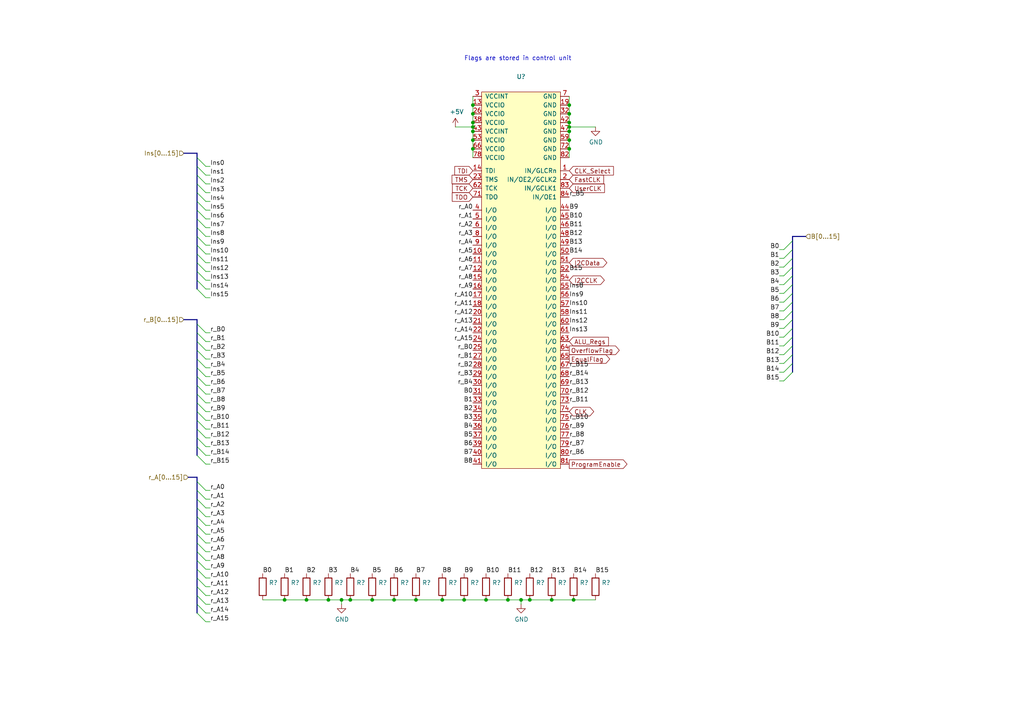
<source format=kicad_sch>
(kicad_sch (version 20211123) (generator eeschema)
  (paper "A4")
  (lib_symbols
    (symbol "MAX7000CPU-Gen2_5-rescue:+5V-power-MAX7000CPU-Gen2-rescue" (power) (pin_names (offset 0))
      (property "Value" "+5V-power-MAX7000CPU-Gen2-rescue" (at 0 3.556 0))
      (symbol "+5V-power-MAX7000CPU-Gen2-rescue_0_1"
        (polyline (pts (xy -0.762 1.27) (xy 0 2.54)))
        (polyline (pts (xy 0 0) (xy 0 2.54)))
        (polyline (pts (xy 0 2.54) (xy 0.762 1.27)))
      )
      (symbol "+5V-power-MAX7000CPU-Gen2-rescue_1_1"
        (pin power_in line (at 0 0 90) (length 0) hide (name "+5V") (number "1"))
      )
    )
    (symbol "MAX7000CPU-Gen2_5-rescue:EPM7128slc84-15n-CPU_ics" (pin_names (offset 1.016))
      (property "Reference" "U" (at 1.27 1.27 0))
      (property "Value" "EPM7128slc84-15n-CPU_ics" (at 10.16 3.81 0))
      (symbol "EPM7128slc84-15n-CPU_ics_0_1"
        (rectangle (start 5.08 -1.27) (end 27.94 -110.49) (fill (type background)))
      )
      (symbol "EPM7128slc84-15n-CPU_ics_1_1"
        (pin input line (at 30.48 -24.13 180) (length 2.54) (name "IN/GLCRn") (number "1"))
        (pin bidirectional line (at 2.54 -48.26 0) (length 2.54) (name "I/O") (number "10"))
        (pin bidirectional line (at 2.54 -50.8 0) (length 2.54) (name "I/O") (number "11"))
        (pin bidirectional line (at 2.54 -53.34 0) (length 2.54) (name "I/O") (number "12"))
        (pin input line (at 2.54 -5.08 0) (length 2.54) (name "VCCIO") (number "13"))
        (pin input line (at 2.54 -24.13 0) (length 2.54) (name "TDI") (number "14"))
        (pin bidirectional line (at 2.54 -55.88 0) (length 2.54) (name "I/O") (number "15"))
        (pin bidirectional line (at 2.54 -58.42 0) (length 2.54) (name "I/O") (number "16"))
        (pin bidirectional line (at 2.54 -60.96 0) (length 2.54) (name "I/O") (number "17"))
        (pin bidirectional line (at 2.54 -63.5 0) (length 2.54) (name "I/O") (number "18"))
        (pin input line (at 30.48 -5.08 180) (length 2.54) (name "GND") (number "19"))
        (pin input line (at 30.48 -26.67 180) (length 2.54) (name "IN/OE2/GCLK2") (number "2"))
        (pin bidirectional line (at 2.54 -66.04 0) (length 2.54) (name "I/O") (number "20"))
        (pin bidirectional line (at 2.54 -68.58 0) (length 2.54) (name "I/O") (number "21"))
        (pin bidirectional line (at 2.54 -71.12 0) (length 2.54) (name "I/O") (number "22"))
        (pin input line (at 2.54 -26.67 0) (length 2.54) (name "TMS") (number "23"))
        (pin bidirectional line (at 2.54 -73.66 0) (length 2.54) (name "I/O") (number "24"))
        (pin bidirectional line (at 2.54 -76.2 0) (length 2.54) (name "I/O") (number "25"))
        (pin input line (at 2.54 -7.62 0) (length 2.54) (name "VCCIO") (number "26"))
        (pin bidirectional line (at 2.54 -78.74 0) (length 2.54) (name "I/O") (number "27"))
        (pin bidirectional line (at 2.54 -81.28 0) (length 2.54) (name "I/O") (number "28"))
        (pin bidirectional line (at 2.54 -83.82 0) (length 2.54) (name "I/O") (number "29"))
        (pin input line (at 2.54 -2.54 0) (length 2.54) (name "VCCINT") (number "3"))
        (pin bidirectional line (at 2.54 -86.36 0) (length 2.54) (name "I/O") (number "30"))
        (pin bidirectional line (at 2.54 -88.9 0) (length 2.54) (name "I/O") (number "31"))
        (pin input line (at 30.48 -7.62 180) (length 2.54) (name "GND") (number "32"))
        (pin bidirectional line (at 2.54 -91.44 0) (length 2.54) (name "I/O") (number "33"))
        (pin bidirectional line (at 2.54 -93.98 0) (length 2.54) (name "I/O") (number "34"))
        (pin bidirectional line (at 2.54 -96.52 0) (length 2.54) (name "I/O") (number "35"))
        (pin bidirectional line (at 2.54 -99.06 0) (length 2.54) (name "I/O") (number "36"))
        (pin bidirectional line (at 2.54 -101.6 0) (length 2.54) (name "I/O") (number "37"))
        (pin input line (at 2.54 -10.16 0) (length 2.54) (name "VCCIO") (number "38"))
        (pin bidirectional line (at 2.54 -104.14 0) (length 2.54) (name "I/O") (number "39"))
        (pin bidirectional line (at 2.54 -35.56 0) (length 2.54) (name "I/O") (number "4"))
        (pin bidirectional line (at 2.54 -106.68 0) (length 2.54) (name "I/O") (number "40"))
        (pin bidirectional line (at 2.54 -109.22 0) (length 2.54) (name "I/O") (number "41"))
        (pin input line (at 30.48 -10.16 180) (length 2.54) (name "GND") (number "42"))
        (pin input line (at 2.54 -12.7 0) (length 2.54) (name "VCCINT") (number "43"))
        (pin bidirectional line (at 30.48 -35.56 180) (length 2.54) (name "I/O") (number "44"))
        (pin bidirectional line (at 30.48 -38.1 180) (length 2.54) (name "I/O") (number "45"))
        (pin bidirectional line (at 30.48 -40.64 180) (length 2.54) (name "I/O") (number "46"))
        (pin input line (at 30.48 -12.7 180) (length 2.54) (name "GND") (number "47"))
        (pin bidirectional line (at 30.48 -43.18 180) (length 2.54) (name "I/O") (number "48"))
        (pin bidirectional line (at 30.48 -45.72 180) (length 2.54) (name "I/O") (number "49"))
        (pin bidirectional line (at 2.54 -38.1 0) (length 2.54) (name "I/O") (number "5"))
        (pin bidirectional line (at 30.48 -48.26 180) (length 2.54) (name "I/O") (number "50"))
        (pin bidirectional line (at 30.48 -50.8 180) (length 2.54) (name "I/O") (number "51"))
        (pin bidirectional line (at 30.48 -53.34 180) (length 2.54) (name "I/O") (number "52"))
        (pin input line (at 2.54 -15.24 0) (length 2.54) (name "VCCIO") (number "53"))
        (pin bidirectional line (at 30.48 -55.88 180) (length 2.54) (name "I/O") (number "54"))
        (pin bidirectional line (at 30.48 -58.42 180) (length 2.54) (name "I/O") (number "55"))
        (pin bidirectional line (at 30.48 -60.96 180) (length 2.54) (name "I/O") (number "56"))
        (pin bidirectional line (at 30.48 -63.5 180) (length 2.54) (name "I/O") (number "57"))
        (pin bidirectional line (at 30.48 -66.04 180) (length 2.54) (name "I/O") (number "58"))
        (pin input line (at 30.48 -15.24 180) (length 2.54) (name "GND") (number "59"))
        (pin bidirectional line (at 2.54 -40.64 0) (length 2.54) (name "I/O") (number "6"))
        (pin bidirectional line (at 30.48 -68.58 180) (length 2.54) (name "I/O") (number "60"))
        (pin bidirectional line (at 30.48 -71.12 180) (length 2.54) (name "I/O") (number "61"))
        (pin input line (at 2.54 -29.21 0) (length 2.54) (name "TCK") (number "62"))
        (pin bidirectional line (at 30.48 -73.66 180) (length 2.54) (name "I/O") (number "63"))
        (pin bidirectional line (at 30.48 -76.2 180) (length 2.54) (name "I/O") (number "64"))
        (pin bidirectional line (at 30.48 -78.74 180) (length 2.54) (name "I/O") (number "65"))
        (pin input line (at 2.54 -17.78 0) (length 2.54) (name "VCCIO") (number "66"))
        (pin bidirectional line (at 30.48 -81.28 180) (length 2.54) (name "I/O") (number "67"))
        (pin bidirectional line (at 30.48 -83.82 180) (length 2.54) (name "I/O") (number "68"))
        (pin bidirectional line (at 30.48 -86.36 180) (length 2.54) (name "I/O") (number "69"))
        (pin input line (at 30.48 -2.54 180) (length 2.54) (name "GND") (number "7"))
        (pin bidirectional line (at 30.48 -88.9 180) (length 2.54) (name "I/O") (number "70"))
        (pin input line (at 2.54 -31.75 0) (length 2.54) (name "TDO") (number "71"))
        (pin input line (at 30.48 -17.78 180) (length 2.54) (name "GND") (number "72"))
        (pin bidirectional line (at 30.48 -91.44 180) (length 2.54) (name "I/O") (number "73"))
        (pin bidirectional line (at 30.48 -93.98 180) (length 2.54) (name "I/O") (number "74"))
        (pin bidirectional line (at 30.48 -96.52 180) (length 2.54) (name "I/O") (number "75"))
        (pin bidirectional line (at 30.48 -99.06 180) (length 2.54) (name "I/O") (number "76"))
        (pin bidirectional line (at 30.48 -101.6 180) (length 2.54) (name "I/O") (number "77"))
        (pin input line (at 2.54 -20.32 0) (length 2.54) (name "VCCIO") (number "78"))
        (pin bidirectional line (at 30.48 -104.14 180) (length 2.54) (name "I/O") (number "79"))
        (pin bidirectional line (at 2.54 -43.18 0) (length 2.54) (name "I/O") (number "8"))
        (pin bidirectional line (at 30.48 -106.68 180) (length 2.54) (name "I/O") (number "80"))
        (pin bidirectional line (at 30.48 -109.22 180) (length 2.54) (name "I/O") (number "81"))
        (pin input line (at 30.48 -20.32 180) (length 2.54) (name "GND") (number "82"))
        (pin input line (at 30.48 -29.21 180) (length 2.54) (name "IN/GCLK1") (number "83"))
        (pin input line (at 30.48 -31.75 180) (length 2.54) (name "IN/OE1") (number "84"))
        (pin bidirectional line (at 2.54 -45.72 0) (length 2.54) (name "I/O") (number "9"))
      )
    )
    (symbol "MAX7000CPU-Gen2_5-rescue:GND-power-MAX7000CPU-Gen2-rescue" (power) (pin_names (offset 0))
      (property "Value" "GND-power-MAX7000CPU-Gen2-rescue" (at 0 -3.81 0))
      (symbol "GND-power-MAX7000CPU-Gen2-rescue_0_1"
        (polyline (pts (xy 0 0) (xy 0 -1.27) (xy 1.27 -1.27) (xy 0 -2.54) (xy -1.27 -1.27) (xy 0 -1.27)))
      )
      (symbol "GND-power-MAX7000CPU-Gen2-rescue_1_1"
        (pin power_in line (at 0 0 270) (length 0) hide (name "GND") (number "1"))
      )
    )
    (symbol "MAX7000CPU-Gen2_5-rescue:R-Device-MAX7000CPU-Gen2-rescue" (pin_numbers hide) (pin_names (offset 0))
      (property "Reference" "R" (at 2.032 0 90))
      (property "Value" "R-Device-MAX7000CPU-Gen2-rescue" (at 0 0 90))
      (symbol "R-Device-MAX7000CPU-Gen2-rescue_0_1"
        (rectangle (start -1.016 -2.54) (end 1.016 2.54) (stroke (width 0.254)))
      )
      (symbol "R-Device-MAX7000CPU-Gen2-rescue_1_1"
        (pin passive line (at 0 3.81 270) (length 1.27) (name "~") (number "1"))
        (pin passive line (at 0 -3.81 90) (length 1.27) (name "~") (number "2"))
      )
    )
  )
  (junction (at 137.16 38.1))
  (junction (at 128.27 173.99))
  (junction (at 95.25 173.99))
  (junction (at 166.37 173.99))
  (junction (at 137.16 36.83))
  (junction (at 160.02 173.99))
  (junction (at 88.9 173.99))
  (junction (at 147.32 173.99))
  (junction (at 137.16 33.02))
  (junction (at 137.16 40.64))
  (junction (at 134.62 173.99))
  (junction (at 151.13 173.99))
  (junction (at 120.65 173.99))
  (junction (at 137.16 35.56))
  (junction (at 165.1 36.83))
  (junction (at 153.67 173.99))
  (junction (at 165.1 30.48))
  (junction (at 165.1 33.02))
  (junction (at 107.95 173.99))
  (junction (at 165.1 35.56))
  (junction (at 137.16 43.18))
  (junction (at 114.3 173.99))
  (junction (at 140.97 173.99))
  (junction (at 165.1 40.64))
  (junction (at 165.1 38.1))
  (junction (at 165.1 43.18))
  (junction (at 137.16 30.48))
  (junction (at 99.06 173.99))
  (junction (at 82.55 173.99))
  (junction (at 101.6 173.99))
  (bus_entry (at 57.15 144.78) (size 2.54 2.54))
  (bus_entry (at 57.15 139.7) (size 2.54 2.54))
  (bus_entry (at 57.15 101.6) (size 2.54 2.54))
  (bus_entry (at 57.15 109.22) (size 2.54 2.54))
  (bus_entry (at 229.87 92.71) (size -2.54 2.54))
  (bus_entry (at 229.87 87.63) (size -2.54 2.54))
  (bus_entry (at 57.15 111.76) (size 2.54 2.54))
  (bus_entry (at 57.15 157.48) (size 2.54 2.54))
  (bus_entry (at 57.15 63.5) (size 2.54 2.54))
  (bus_entry (at 57.15 96.52) (size 2.54 2.54))
  (bus_entry (at 57.15 124.46) (size 2.54 2.54))
  (bus_entry (at 229.87 90.17) (size -2.54 2.54))
  (bus_entry (at 57.15 106.68) (size 2.54 2.54))
  (bus_entry (at 57.15 129.54) (size 2.54 2.54))
  (bus_entry (at 229.87 72.39) (size -2.54 2.54))
  (bus_entry (at 57.15 175.26) (size 2.54 2.54))
  (bus_entry (at 229.87 102.87) (size -2.54 2.54))
  (bus_entry (at 57.15 119.38) (size 2.54 2.54))
  (bus_entry (at 229.87 85.09) (size -2.54 2.54))
  (bus_entry (at 57.15 76.2) (size 2.54 2.54))
  (bus_entry (at 57.15 116.84) (size 2.54 2.54))
  (bus_entry (at 229.87 97.79) (size -2.54 2.54))
  (bus_entry (at 229.87 69.85) (size -2.54 2.54))
  (bus_entry (at 229.87 82.55) (size -2.54 2.54))
  (bus_entry (at 57.15 127) (size 2.54 2.54))
  (bus_entry (at 57.15 165.1) (size 2.54 2.54))
  (bus_entry (at 229.87 107.95) (size -2.54 2.54))
  (bus_entry (at 57.15 93.98) (size 2.54 2.54))
  (bus_entry (at 229.87 74.93) (size -2.54 2.54))
  (bus_entry (at 57.15 99.06) (size 2.54 2.54))
  (bus_entry (at 57.15 154.94) (size 2.54 2.54))
  (bus_entry (at 57.15 58.42) (size 2.54 2.54))
  (bus_entry (at 57.15 142.24) (size 2.54 2.54))
  (bus_entry (at 229.87 100.33) (size -2.54 2.54))
  (bus_entry (at 57.15 71.12) (size 2.54 2.54))
  (bus_entry (at 57.15 81.28) (size 2.54 2.54))
  (bus_entry (at 57.15 73.66) (size 2.54 2.54))
  (bus_entry (at 229.87 77.47) (size -2.54 2.54))
  (bus_entry (at 57.15 149.86) (size 2.54 2.54))
  (bus_entry (at 57.15 104.14) (size 2.54 2.54))
  (bus_entry (at 57.15 121.92) (size 2.54 2.54))
  (bus_entry (at 57.15 53.34) (size 2.54 2.54))
  (bus_entry (at 57.15 132.08) (size 2.54 2.54))
  (bus_entry (at 57.15 60.96) (size 2.54 2.54))
  (bus_entry (at 57.15 167.64) (size 2.54 2.54))
  (bus_entry (at 57.15 160.02) (size 2.54 2.54))
  (bus_entry (at 57.15 83.82) (size 2.54 2.54))
  (bus_entry (at 229.87 80.01) (size -2.54 2.54))
  (bus_entry (at 57.15 162.56) (size 2.54 2.54))
  (bus_entry (at 57.15 172.72) (size 2.54 2.54))
  (bus_entry (at 57.15 45.72) (size 2.54 2.54))
  (bus_entry (at 57.15 68.58) (size 2.54 2.54))
  (bus_entry (at 57.15 55.88) (size 2.54 2.54))
  (bus_entry (at 57.15 48.26) (size 2.54 2.54))
  (bus_entry (at 57.15 170.18) (size 2.54 2.54))
  (bus_entry (at 57.15 147.32) (size 2.54 2.54))
  (bus_entry (at 57.15 177.8) (size 2.54 2.54))
  (bus_entry (at 57.15 78.74) (size 2.54 2.54))
  (bus_entry (at 229.87 95.25) (size -2.54 2.54))
  (bus_entry (at 57.15 152.4) (size 2.54 2.54))
  (bus_entry (at 57.15 66.04) (size 2.54 2.54))
  (bus_entry (at 57.15 114.3) (size 2.54 2.54))
  (bus_entry (at 57.15 50.8) (size 2.54 2.54))
  (bus_entry (at 229.87 105.41) (size -2.54 2.54))
  (bus (pts (xy 57.15 71.12) (xy 57.15 73.66)))
  (wire (pts (xy 59.69 129.54) (xy 60.96 129.54)))
  (wire (pts (xy 59.69 48.26) (xy 60.96 48.26)))
  (wire (pts (xy 59.69 180.34) (xy 60.96 180.34)))
  (wire (pts (xy 99.06 173.99) (xy 99.06 175.26)))
  (wire (pts (xy 137.16 30.48) (xy 137.16 27.94)))
  (wire (pts (xy 59.69 58.42) (xy 60.96 58.42)))
  (bus (pts (xy 229.87 69.85) (xy 229.87 72.39)))
  (wire (pts (xy 165.1 40.64) (xy 165.1 38.1)))
  (wire (pts (xy 165.1 38.1) (xy 165.1 36.83)))
  (wire (pts (xy 137.16 36.83) (xy 137.16 35.56)))
  (wire (pts (xy 59.69 167.64) (xy 60.96 167.64)))
  (bus (pts (xy 57.15 63.5) (xy 57.15 66.04)))
  (wire (pts (xy 59.69 60.96) (xy 60.96 60.96)))
  (bus (pts (xy 57.15 154.94) (xy 57.15 157.48)))
  (wire (pts (xy 59.69 55.88) (xy 60.96 55.88)))
  (wire (pts (xy 140.97 173.99) (xy 147.32 173.99)))
  (wire (pts (xy 59.69 114.3) (xy 60.96 114.3)))
  (bus (pts (xy 57.15 116.84) (xy 57.15 119.38)))
  (bus (pts (xy 57.15 172.72) (xy 57.15 175.26)))
  (wire (pts (xy 59.69 76.2) (xy 60.96 76.2)))
  (wire (pts (xy 59.69 99.06) (xy 60.96 99.06)))
  (wire (pts (xy 59.69 50.8) (xy 60.96 50.8)))
  (bus (pts (xy 57.15 104.14) (xy 57.15 106.68)))
  (bus (pts (xy 57.15 138.43) (xy 54.61 138.43)))
  (bus (pts (xy 57.15 93.98) (xy 57.15 96.52)))
  (bus (pts (xy 57.15 44.45) (xy 57.15 45.72)))
  (bus (pts (xy 57.15 147.32) (xy 57.15 149.86)))
  (wire (pts (xy 137.16 33.02) (xy 137.16 30.48)))
  (wire (pts (xy 59.69 111.76) (xy 60.96 111.76)))
  (bus (pts (xy 57.15 129.54) (xy 57.15 132.08)))
  (bus (pts (xy 57.15 76.2) (xy 57.15 78.74)))
  (bus (pts (xy 57.15 53.34) (xy 57.15 55.88)))
  (wire (pts (xy 137.16 35.56) (xy 137.16 33.02)))
  (wire (pts (xy 227.33 85.09) (xy 226.06 85.09)))
  (wire (pts (xy 59.69 106.68) (xy 60.96 106.68)))
  (bus (pts (xy 57.15 152.4) (xy 57.15 154.94)))
  (wire (pts (xy 114.3 173.99) (xy 120.65 173.99)))
  (bus (pts (xy 57.15 92.71) (xy 57.15 93.98)))
  (wire (pts (xy 227.33 92.71) (xy 226.06 92.71)))
  (wire (pts (xy 227.33 105.41) (xy 226.06 105.41)))
  (bus (pts (xy 57.15 121.92) (xy 57.15 124.46)))
  (wire (pts (xy 59.69 104.14) (xy 60.96 104.14)))
  (bus (pts (xy 229.87 85.09) (xy 229.87 87.63)))
  (bus (pts (xy 57.15 60.96) (xy 57.15 63.5)))
  (wire (pts (xy 107.95 173.99) (xy 114.3 173.99)))
  (bus (pts (xy 57.15 162.56) (xy 57.15 165.1)))
  (wire (pts (xy 59.69 152.4) (xy 60.96 152.4)))
  (wire (pts (xy 227.33 110.49) (xy 226.06 110.49)))
  (wire (pts (xy 59.69 121.92) (xy 60.96 121.92)))
  (bus (pts (xy 57.15 45.72) (xy 57.15 48.26)))
  (wire (pts (xy 82.55 173.99) (xy 88.9 173.99)))
  (wire (pts (xy 227.33 90.17) (xy 226.06 90.17)))
  (wire (pts (xy 153.67 173.99) (xy 160.02 173.99)))
  (bus (pts (xy 229.87 90.17) (xy 229.87 92.71)))
  (bus (pts (xy 229.87 100.33) (xy 229.87 102.87)))
  (wire (pts (xy 165.1 45.72) (xy 165.1 43.18)))
  (bus (pts (xy 57.15 73.66) (xy 57.15 76.2)))
  (bus (pts (xy 229.87 92.71) (xy 229.87 95.25)))
  (bus (pts (xy 229.87 72.39) (xy 229.87 74.93)))
  (bus (pts (xy 57.15 119.38) (xy 57.15 121.92)))
  (wire (pts (xy 59.69 68.58) (xy 60.96 68.58)))
  (bus (pts (xy 57.15 101.6) (xy 57.15 104.14)))
  (wire (pts (xy 134.62 173.99) (xy 140.97 173.99)))
  (wire (pts (xy 59.69 144.78) (xy 60.96 144.78)))
  (bus (pts (xy 229.87 82.55) (xy 229.87 85.09)))
  (wire (pts (xy 59.69 162.56) (xy 60.96 162.56)))
  (bus (pts (xy 57.15 127) (xy 57.15 129.54)))
  (bus (pts (xy 57.15 170.18) (xy 57.15 172.72)))
  (wire (pts (xy 227.33 100.33) (xy 226.06 100.33)))
  (bus (pts (xy 229.87 77.47) (xy 229.87 80.01)))
  (bus (pts (xy 57.15 109.22) (xy 57.15 111.76)))
  (wire (pts (xy 137.16 45.72) (xy 137.16 43.18)))
  (bus (pts (xy 57.15 96.52) (xy 57.15 99.06)))
  (wire (pts (xy 227.33 74.93) (xy 226.06 74.93)))
  (bus (pts (xy 57.15 167.64) (xy 57.15 170.18)))
  (wire (pts (xy 59.69 149.86) (xy 60.96 149.86)))
  (bus (pts (xy 229.87 87.63) (xy 229.87 90.17)))
  (wire (pts (xy 59.69 172.72) (xy 60.96 172.72)))
  (wire (pts (xy 137.16 40.64) (xy 137.16 38.1)))
  (wire (pts (xy 59.69 147.32) (xy 60.96 147.32)))
  (bus (pts (xy 229.87 74.93) (xy 229.87 77.47)))
  (wire (pts (xy 59.69 127) (xy 60.96 127)))
  (bus (pts (xy 57.15 66.04) (xy 57.15 68.58)))
  (bus (pts (xy 57.15 175.26) (xy 57.15 177.8)))
  (wire (pts (xy 227.33 87.63) (xy 226.06 87.63)))
  (wire (pts (xy 59.69 124.46) (xy 60.96 124.46)))
  (bus (pts (xy 57.15 165.1) (xy 57.15 167.64)))
  (wire (pts (xy 166.37 173.99) (xy 172.72 173.99)))
  (wire (pts (xy 227.33 80.01) (xy 226.06 80.01)))
  (bus (pts (xy 229.87 68.58) (xy 229.87 69.85)))
  (wire (pts (xy 165.1 35.56) (xy 165.1 33.02)))
  (wire (pts (xy 59.69 132.08) (xy 60.96 132.08)))
  (wire (pts (xy 151.13 173.99) (xy 153.67 173.99)))
  (bus (pts (xy 57.15 139.7) (xy 57.15 142.24)))
  (wire (pts (xy 160.02 173.99) (xy 166.37 173.99)))
  (wire (pts (xy 59.69 170.18) (xy 60.96 170.18)))
  (wire (pts (xy 59.69 109.22) (xy 60.96 109.22)))
  (wire (pts (xy 227.33 102.87) (xy 226.06 102.87)))
  (wire (pts (xy 59.69 78.74) (xy 60.96 78.74)))
  (bus (pts (xy 57.15 58.42) (xy 57.15 60.96)))
  (wire (pts (xy 227.33 82.55) (xy 226.06 82.55)))
  (bus (pts (xy 57.15 142.24) (xy 57.15 144.78)))
  (bus (pts (xy 57.15 106.68) (xy 57.15 109.22)))
  (wire (pts (xy 165.1 36.83) (xy 172.72 36.83)))
  (wire (pts (xy 165.1 43.18) (xy 165.1 40.64)))
  (wire (pts (xy 59.69 86.36) (xy 60.96 86.36)))
  (wire (pts (xy 165.1 30.48) (xy 165.1 27.94)))
  (bus (pts (xy 229.87 105.41) (xy 229.87 107.95)))
  (wire (pts (xy 59.69 177.8) (xy 60.96 177.8)))
  (bus (pts (xy 53.34 44.45) (xy 57.15 44.45)))
  (wire (pts (xy 59.69 101.6) (xy 60.96 101.6)))
  (bus (pts (xy 57.15 48.26) (xy 57.15 50.8)))
  (bus (pts (xy 57.15 99.06) (xy 57.15 101.6)))
  (wire (pts (xy 132.08 36.83) (xy 137.16 36.83)))
  (bus (pts (xy 57.15 160.02) (xy 57.15 162.56)))
  (bus (pts (xy 233.68 68.58) (xy 229.87 68.58)))
  (wire (pts (xy 165.1 33.02) (xy 165.1 30.48)))
  (bus (pts (xy 57.15 157.48) (xy 57.15 160.02)))
  (wire (pts (xy 59.69 73.66) (xy 60.96 73.66)))
  (bus (pts (xy 57.15 114.3) (xy 57.15 116.84)))
  (bus (pts (xy 57.15 144.78) (xy 57.15 147.32)))
  (wire (pts (xy 99.06 173.99) (xy 101.6 173.99)))
  (bus (pts (xy 53.34 92.71) (xy 57.15 92.71)))
  (wire (pts (xy 151.13 173.99) (xy 151.13 175.26)))
  (wire (pts (xy 95.25 173.99) (xy 99.06 173.99)))
  (wire (pts (xy 101.6 173.99) (xy 107.95 173.99)))
  (wire (pts (xy 227.33 107.95) (xy 226.06 107.95)))
  (wire (pts (xy 128.27 173.99) (xy 134.62 173.99)))
  (wire (pts (xy 59.69 83.82) (xy 60.96 83.82)))
  (wire (pts (xy 120.65 173.99) (xy 128.27 173.99)))
  (wire (pts (xy 147.32 173.99) (xy 151.13 173.99)))
  (wire (pts (xy 227.33 97.79) (xy 226.06 97.79)))
  (bus (pts (xy 57.15 111.76) (xy 57.15 114.3)))
  (wire (pts (xy 165.1 36.83) (xy 165.1 35.56)))
  (wire (pts (xy 59.69 71.12) (xy 60.96 71.12)))
  (bus (pts (xy 229.87 97.79) (xy 229.87 100.33)))
  (wire (pts (xy 88.9 173.99) (xy 95.25 173.99)))
  (wire (pts (xy 59.69 66.04) (xy 60.96 66.04)))
  (wire (pts (xy 59.69 53.34) (xy 60.96 53.34)))
  (bus (pts (xy 57.15 50.8) (xy 57.15 53.34)))
  (wire (pts (xy 59.69 96.52) (xy 60.96 96.52)))
  (wire (pts (xy 76.2 173.99) (xy 82.55 173.99)))
  (wire (pts (xy 59.69 165.1) (xy 60.96 165.1)))
  (wire (pts (xy 59.69 160.02) (xy 60.96 160.02)))
  (bus (pts (xy 229.87 80.01) (xy 229.87 82.55)))
  (wire (pts (xy 59.69 175.26) (xy 60.96 175.26)))
  (wire (pts (xy 59.69 116.84) (xy 60.96 116.84)))
  (bus (pts (xy 57.15 138.43) (xy 57.15 139.7)))
  (wire (pts (xy 59.69 157.48) (xy 60.96 157.48)))
  (wire (pts (xy 227.33 95.25) (xy 226.06 95.25)))
  (wire (pts (xy 59.69 81.28) (xy 60.96 81.28)))
  (wire (pts (xy 137.16 43.18) (xy 137.16 40.64)))
  (bus (pts (xy 57.15 68.58) (xy 57.15 71.12)))
  (bus (pts (xy 57.15 78.74) (xy 57.15 81.28)))
  (wire (pts (xy 59.69 154.94) (xy 60.96 154.94)))
  (bus (pts (xy 57.15 81.28) (xy 57.15 83.82)))
  (wire (pts (xy 137.16 38.1) (xy 137.16 36.83)))
  (bus (pts (xy 229.87 95.25) (xy 229.87 97.79)))
  (wire (pts (xy 59.69 119.38) (xy 60.96 119.38)))
  (wire (pts (xy 227.33 72.39) (xy 226.06 72.39)))
  (wire (pts (xy 59.69 63.5) (xy 60.96 63.5)))
  (bus (pts (xy 229.87 102.87) (xy 229.87 105.41)))
  (wire (pts (xy 59.69 142.24) (xy 60.96 142.24)))
  (wire (pts (xy 227.33 77.47) (xy 226.06 77.47)))
  (bus (pts (xy 57.15 55.88) (xy 57.15 58.42)))
  (bus (pts (xy 57.15 149.86) (xy 57.15 152.4)))
  (wire (pts (xy 59.69 134.62) (xy 60.96 134.62)))
  (bus (pts (xy 57.15 124.46) (xy 57.15 127)))
  (text "Flags are stored in control unit" (at 134.62 17.78 0) (effects (font (size 1.27 1.27)) (justify left bottom)))
  (label "r_A9" (at 137.16 83.82 180))
  (label "B12" (at 226.06 102.87 180))
  (label "r_B13" (at 60.96 129.54 0))
  (label "B14" (at 165.1 73.66 0))
  (label "r_A13" (at 137.16 93.98 180))
  (label "r_B7" (at 60.96 114.3 0))
  (label "B15" (at 165.1 78.74 0))
  (label "Ins9" (at 165.1 86.36 0))
  (label "r_B0" (at 137.16 101.6 180))
  (label "B5" (at 137.16 127 180))
  (label "B7" (at 137.16 132.08 180))
  (label "r_B2" (at 60.96 101.6 0))
  (label "B12" (at 165.1 68.58 0))
  (label "r_A14" (at 137.16 96.52 180))
  (label "B8" (at 226.06 92.71 180))
  (label "r_B4" (at 60.96 106.68 0))
  (label "B1" (at 226.06 74.93 180))
  (label "B12" (at 153.67 166.37 0))
  (label "B14" (at 166.37 166.37 0))
  (label "Ins8" (at 60.96 68.58 0))
  (label "r_A5" (at 137.16 73.66 180))
  (label "r_A12" (at 60.96 172.72 0))
  (label "r_A4" (at 60.96 152.4 0))
  (label "r_B9" (at 60.96 119.38 0))
  (label "B15" (at 226.06 110.49 180))
  (label "r_B6" (at 165.1 132.08 0))
  (label "r_B5" (at 60.96 109.22 0))
  (label "B3" (at 95.25 166.37 0))
  (label "Ins12" (at 165.1 93.98 0))
  (label "Ins14" (at 60.96 83.82 0))
  (label "r_A9" (at 60.96 165.1 0))
  (label "Ins12" (at 60.96 78.74 0))
  (label "B9" (at 226.06 95.25 180))
  (label "Ins11" (at 165.1 91.44 0))
  (label "r_B14" (at 60.96 132.08 0))
  (label "r_B0" (at 60.96 96.52 0))
  (label "r_B10" (at 165.1 121.92 0))
  (label "r_B12" (at 165.1 114.3 0))
  (label "r_B3" (at 137.16 109.22 180))
  (label "Ins1" (at 60.96 50.8 0))
  (label "B9" (at 165.1 60.96 0))
  (label "B3" (at 137.16 121.92 180))
  (label "B14" (at 226.06 107.95 180))
  (label "r_B2" (at 137.16 106.68 180))
  (label "r_B11" (at 60.96 124.46 0))
  (label "B13" (at 160.02 166.37 0))
  (label "r_A0" (at 137.16 60.96 180))
  (label "r_A13" (at 60.96 175.26 0))
  (label "B13" (at 165.1 71.12 0))
  (label "Ins8" (at 165.1 83.82 0))
  (label "Ins7" (at 60.96 66.04 0))
  (label "B1" (at 82.55 166.37 0))
  (label "r_A2" (at 60.96 147.32 0))
  (label "B2" (at 137.16 119.38 180))
  (label "r_B5" (at 165.1 57.15 0))
  (label "Ins6" (at 60.96 63.5 0))
  (label "r_A2" (at 137.16 66.04 180))
  (label "B9" (at 134.62 166.37 0))
  (label "r_A11" (at 60.96 170.18 0))
  (label "B1" (at 137.16 116.84 180))
  (label "r_B1" (at 60.96 99.06 0))
  (label "B0" (at 76.2 166.37 0))
  (label "r_A3" (at 137.16 68.58 180))
  (label "B8" (at 137.16 134.62 180))
  (label "Ins0" (at 60.96 48.26 0))
  (label "B3" (at 226.06 80.01 180))
  (label "r_A10" (at 60.96 167.64 0))
  (label "r_B11" (at 165.1 116.84 0))
  (label "Ins9" (at 60.96 71.12 0))
  (label "r_A14" (at 60.96 177.8 0))
  (label "B10" (at 140.97 166.37 0))
  (label "B0" (at 226.06 72.39 180))
  (label "r_A6" (at 60.96 157.48 0))
  (label "r_A0" (at 60.96 142.24 0))
  (label "r_B9" (at 165.1 124.46 0))
  (label "B0" (at 137.16 114.3 180))
  (label "r_B6" (at 60.96 111.76 0))
  (label "r_A6" (at 137.16 76.2 180))
  (label "r_B4" (at 137.16 111.76 180))
  (label "r_B12" (at 60.96 127 0))
  (label "B11" (at 165.1 66.04 0))
  (label "r_A3" (at 60.96 149.86 0))
  (label "r_A1" (at 60.96 144.78 0))
  (label "B10" (at 165.1 63.5 0))
  (label "B4" (at 226.06 82.55 180))
  (label "Ins11" (at 60.96 76.2 0))
  (label "r_B1" (at 137.16 104.14 180))
  (label "r_A11" (at 137.16 88.9 180))
  (label "B2" (at 88.9 166.37 0))
  (label "Ins15" (at 60.96 86.36 0))
  (label "r_B3" (at 60.96 104.14 0))
  (label "Ins13" (at 60.96 81.28 0))
  (label "B6" (at 114.3 166.37 0))
  (label "r_B13" (at 165.1 111.76 0))
  (label "r_B8" (at 60.96 116.84 0))
  (label "r_A15" (at 137.16 99.06 180))
  (label "r_B14" (at 165.1 109.22 0))
  (label "B11" (at 147.32 166.37 0))
  (label "r_B7" (at 165.1 129.54 0))
  (label "r_B10" (at 60.96 121.92 0))
  (label "B7" (at 226.06 90.17 180))
  (label "Ins5" (at 60.96 60.96 0))
  (label "r_A7" (at 137.16 78.74 180))
  (label "B10" (at 226.06 97.79 180))
  (label "Ins10" (at 60.96 73.66 0))
  (label "B8" (at 128.27 166.37 0))
  (label "B13" (at 226.06 105.41 180))
  (label "r_B15" (at 60.96 134.62 0))
  (label "B6" (at 137.16 129.54 180))
  (label "r_A15" (at 60.96 180.34 0))
  (label "Ins13" (at 165.1 96.52 0))
  (label "Ins3" (at 60.96 55.88 0))
  (label "Ins4" (at 60.96 58.42 0))
  (label "r_A4" (at 137.16 71.12 180))
  (label "Ins2" (at 60.96 53.34 0))
  (label "B5" (at 107.95 166.37 0))
  (label "r_B15" (at 165.1 106.68 0))
  (label "B7" (at 120.65 166.37 0))
  (label "Ins10" (at 165.1 88.9 0))
  (label "r_B8" (at 165.1 127 0))
  (label "B4" (at 137.16 124.46 180))
  (label "r_A8" (at 137.16 81.28 180))
  (label "B4" (at 101.6 166.37 0))
  (label "B2" (at 226.06 77.47 180))
  (label "r_A8" (at 60.96 162.56 0))
  (label "B11" (at 226.06 100.33 180))
  (label "B15" (at 172.72 166.37 0))
  (label "r_A10" (at 137.16 86.36 180))
  (label "r_A5" (at 60.96 154.94 0))
  (label "r_A7" (at 60.96 160.02 0))
  (label "B6" (at 226.06 87.63 180))
  (label "r_A12" (at 137.16 91.44 180))
  (label "r_A1" (at 137.16 63.5 180))
  (label "B5" (at 226.06 85.09 180))
  (global_label "TMS" (shape input) (at 137.16 52.07 180) (property "Intersheet References" "${INTERSHEET_REFS}" (effects hide)))
  (global_label "OverflowFlag" (shape output) (at 165.1 101.6 0) (property "Intersheet References" "${INTERSHEET_REFS}" (effects hide)))
  (global_label "FastCLK" (shape input) (at 165.1 52.07 0) (property "Intersheet References" "${INTERSHEET_REFS}" (effects hide)))
  (global_label "TCK" (shape input) (at 137.16 54.61 180) (property "Intersheet References" "${INTERSHEET_REFS}" (effects hide)))
  (global_label "I2CCLK" (shape bidirectional) (at 165.1 81.28 0) (property "Intersheet References" "${INTERSHEET_REFS}" (effects hide)))
  (global_label "CLK_Select" (shape input) (at 165.1 49.53 0) (property "Intersheet References" "${INTERSHEET_REFS}" (effects hide)))
  (global_label "UserCLK" (shape input) (at 165.1 54.61 0) (property "Intersheet References" "${INTERSHEET_REFS}" (effects hide)))
  (global_label "TDO" (shape input) (at 137.16 57.15 180) (property "Intersheet References" "${INTERSHEET_REFS}" (effects hide)))
  (global_label "ALU_Regs" (shape input) (at 165.1 99.06 0) (property "Intersheet References" "${INTERSHEET_REFS}" (effects hide)))
  (global_label "I2CData" (shape bidirectional) (at 165.1 76.2 0) (property "Intersheet References" "${INTERSHEET_REFS}" (effects hide)))
  (global_label "EqualFlag" (shape output) (at 165.1 104.14 0) (property "Intersheet References" "${INTERSHEET_REFS}" (effects hide)))
  (global_label "CLK" (shape bidirectional) (at 165.1 119.38 0) (property "Intersheet References" "${INTERSHEET_REFS}" (effects hide)))
  (global_label "TDI" (shape input) (at 137.16 49.53 180) (property "Intersheet References" "${INTERSHEET_REFS}" (effects hide)))
  (global_label "ProgramEnable" (shape output) (at 165.1 134.62 0) (property "Intersheet References" "${INTERSHEET_REFS}" (effects hide)))
  (hierarchical_label "r_B[0...15]" (shape input) (at 53.34 92.71 180))
  (hierarchical_label "Ins[0...15]" (shape input) (at 53.34 44.45 180))
  (hierarchical_label "r_A[0...15]" (shape input) (at 54.61 138.43 180))
  (hierarchical_label "B[0...15]" (shape input) (at 233.68 68.58 0))
  (symbol (lib_id "MAX7000CPU-Gen2_5-rescue:EPM7128slc84-15n-CPU_ics") (at 134.62 25.4 0) (unit 1)
    (property "Reference" "U?" (at 151.13 22.225 0))
    (property "Datasheet" "https://www.intel.com/content/dam/www/programmable/us/en/pdfs/literature/ds/archives/m7000.pdf" (effects hide))
  )
  (symbol (lib_id "MAX7000CPU-Gen2_5-rescue:+5V-power-MAX7000CPU-Gen2-rescue") (at 132.08 36.83 0) (unit 1)
    (property "Reference" "#PWR?" (effects hide))
  )
  (symbol (lib_id "MAX7000CPU-Gen2_5-rescue:GND-power-MAX7000CPU-Gen2-rescue") (at 172.72 36.83 0) (unit 1)
    (property "Reference" "#PWR?" (effects hide))
  )
  (symbol (lib_id "MAX7000CPU-Gen2_5-rescue:R-Device-MAX7000CPU-Gen2-rescue") (at 76.2 170.18 0) (unit 1)
    (property "Reference" "R?" (at 77.978 169.0116 0) (effects (justify left)))
  )
  (symbol (lib_id "MAX7000CPU-Gen2_5-rescue:R-Device-MAX7000CPU-Gen2-rescue") (at 82.55 170.18 0) (unit 1)
    (property "Reference" "R?" (at 84.328 169.0116 0) (effects (justify left)))
  )
  (symbol (lib_id "MAX7000CPU-Gen2_5-rescue:R-Device-MAX7000CPU-Gen2-rescue") (at 88.9 170.18 0) (unit 1)
    (property "Reference" "R?" (at 90.678 169.0116 0) (effects (justify left)))
  )
  (symbol (lib_id "MAX7000CPU-Gen2_5-rescue:R-Device-MAX7000CPU-Gen2-rescue") (at 95.25 170.18 0) (unit 1)
    (property "Reference" "R?" (at 97.028 169.0116 0) (effects (justify left)))
  )
  (symbol (lib_id "MAX7000CPU-Gen2_5-rescue:R-Device-MAX7000CPU-Gen2-rescue") (at 101.6 170.18 0) (unit 1)
    (property "Reference" "R?" (at 103.378 169.0116 0) (effects (justify left)))
  )
  (symbol (lib_id "MAX7000CPU-Gen2_5-rescue:R-Device-MAX7000CPU-Gen2-rescue") (at 107.95 170.18 0) (unit 1)
    (property "Reference" "R?" (at 109.728 169.0116 0) (effects (justify left)))
  )
  (symbol (lib_id "MAX7000CPU-Gen2_5-rescue:R-Device-MAX7000CPU-Gen2-rescue") (at 114.3 170.18 0) (unit 1)
    (property "Reference" "R?" (at 116.078 169.0116 0) (effects (justify left)))
  )
  (symbol (lib_id "MAX7000CPU-Gen2_5-rescue:R-Device-MAX7000CPU-Gen2-rescue") (at 120.65 170.18 0) (unit 1)
    (property "Reference" "R?" (at 122.428 169.0116 0) (effects (justify left)))
  )
  (symbol (lib_id "MAX7000CPU-Gen2_5-rescue:GND-power-MAX7000CPU-Gen2-rescue") (at 99.06 175.26 0) (unit 1)
    (property "Reference" "#PWR?" (effects hide))
  )
  (symbol (lib_id "MAX7000CPU-Gen2_5-rescue:R-Device-MAX7000CPU-Gen2-rescue") (at 128.27 170.18 0) (unit 1)
    (property "Reference" "R?" (at 130.048 169.0116 0) (effects (justify left)))
  )
  (symbol (lib_id "MAX7000CPU-Gen2_5-rescue:R-Device-MAX7000CPU-Gen2-rescue") (at 134.62 170.18 0) (unit 1)
    (property "Reference" "R?" (at 136.398 169.0116 0) (effects (justify left)))
  )
  (symbol (lib_id "MAX7000CPU-Gen2_5-rescue:R-Device-MAX7000CPU-Gen2-rescue") (at 140.97 170.18 0) (unit 1)
    (property "Reference" "R?" (at 142.748 169.0116 0) (effects (justify left)))
  )
  (symbol (lib_id "MAX7000CPU-Gen2_5-rescue:R-Device-MAX7000CPU-Gen2-rescue") (at 147.32 170.18 0) (unit 1)
    (property "Reference" "R?" (at 149.098 169.0116 0) (effects (justify left)))
  )
  (symbol (lib_id "MAX7000CPU-Gen2_5-rescue:R-Device-MAX7000CPU-Gen2-rescue") (at 153.67 170.18 0) (unit 1)
    (property "Reference" "R?" (at 155.448 169.0116 0) (effects (justify left)))
  )
  (symbol (lib_id "MAX7000CPU-Gen2_5-rescue:R-Device-MAX7000CPU-Gen2-rescue") (at 160.02 170.18 0) (unit 1)
    (property "Reference" "R?" (at 161.798 169.0116 0) (effects (justify left)))
  )
  (symbol (lib_id "MAX7000CPU-Gen2_5-rescue:R-Device-MAX7000CPU-Gen2-rescue") (at 166.37 170.18 0) (unit 1)
    (property "Reference" "R?" (at 168.148 169.0116 0) (effects (justify left)))
  )
  (symbol (lib_id "MAX7000CPU-Gen2_5-rescue:R-Device-MAX7000CPU-Gen2-rescue") (at 172.72 170.18 0) (unit 1)
    (property "Reference" "R?" (at 174.498 169.0116 0) (effects (justify left)))
  )
  (symbol (lib_id "MAX7000CPU-Gen2_5-rescue:GND-power-MAX7000CPU-Gen2-rescue") (at 151.13 175.26 0) (unit 1)
    (property "Reference" "#PWR?" (effects hide))
  )
)
</source>
